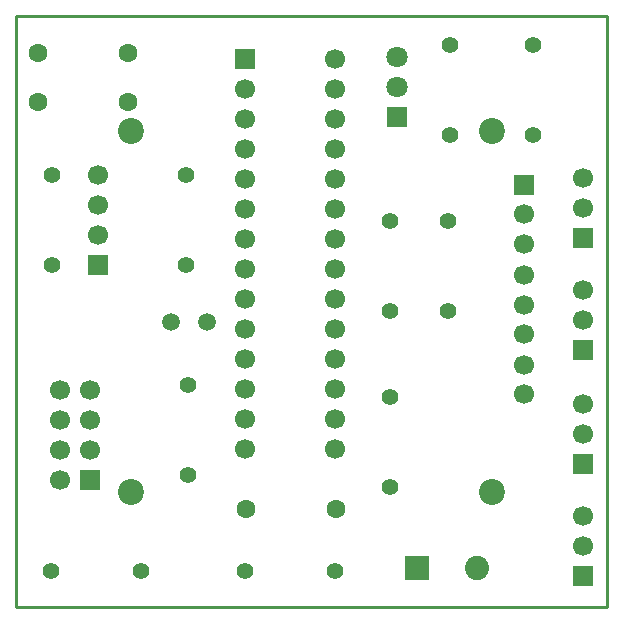
<source format=gts>
G04 Layer_Color=8388736*
%FSLAX42Y42*%
%MOMM*%
G71*
G01*
G75*
%ADD11C,0.25*%
%ADD27C,1.40*%
%ADD28C,1.50*%
%ADD29R,1.80X1.80*%
%ADD30C,1.80*%
%ADD31C,1.70*%
%ADD32R,1.70X1.70*%
%ADD33C,1.60*%
%ADD34R,1.70X1.70*%
%ADD35R,2.05X2.05*%
%ADD36C,2.05*%
%ADD37C,2.20*%
D11*
X0Y0D02*
Y5000D01*
Y0D02*
X5000D01*
Y5000D01*
X0D02*
X5000D01*
D27*
X1450Y1881D02*
D03*
Y1119D02*
D03*
X301Y2893D02*
D03*
Y3655D02*
D03*
X3160Y1016D02*
D03*
Y1778D02*
D03*
Y2506D02*
D03*
Y3268D02*
D03*
X4375Y3994D02*
D03*
Y4756D02*
D03*
X2700Y300D02*
D03*
X1938D02*
D03*
X3655Y3268D02*
D03*
Y2506D02*
D03*
X1440Y3655D02*
D03*
Y2893D02*
D03*
X294Y300D02*
D03*
X1056D02*
D03*
X3675Y4756D02*
D03*
Y3994D02*
D03*
D28*
X1617Y2408D02*
D03*
X1307D02*
D03*
D29*
X3225Y4146D02*
D03*
D30*
Y4400D02*
D03*
Y4654D02*
D03*
D31*
X2698Y1331D02*
D03*
Y1585D02*
D03*
Y1839D02*
D03*
Y2093D02*
D03*
Y2347D02*
D03*
Y2601D02*
D03*
Y2855D02*
D03*
Y3109D02*
D03*
Y3363D02*
D03*
Y3617D02*
D03*
Y3871D02*
D03*
Y4125D02*
D03*
Y4379D02*
D03*
Y4633D02*
D03*
X1936Y1331D02*
D03*
Y1585D02*
D03*
Y1839D02*
D03*
Y2093D02*
D03*
Y2347D02*
D03*
Y2601D02*
D03*
Y2855D02*
D03*
Y3109D02*
D03*
Y3363D02*
D03*
Y3617D02*
D03*
Y3871D02*
D03*
Y4125D02*
D03*
Y4379D02*
D03*
X688Y3655D02*
D03*
Y3401D02*
D03*
Y3147D02*
D03*
X4300Y3321D02*
D03*
Y3067D02*
D03*
Y2812D02*
D03*
Y2558D02*
D03*
Y2305D02*
D03*
Y2050D02*
D03*
Y1797D02*
D03*
X4794Y1462D02*
D03*
Y1716D02*
D03*
Y3376D02*
D03*
Y3629D02*
D03*
Y2430D02*
D03*
Y2683D02*
D03*
Y516D02*
D03*
Y770D02*
D03*
X371Y1837D02*
D03*
X625D02*
D03*
X371Y1583D02*
D03*
X625D02*
D03*
X371Y1329D02*
D03*
X625D02*
D03*
X371Y1075D02*
D03*
D32*
X1936Y4633D02*
D03*
D33*
X184Y4687D02*
D03*
X945D02*
D03*
X184Y4275D02*
D03*
X945D02*
D03*
X2706Y825D02*
D03*
X1944D02*
D03*
D34*
X688Y2893D02*
D03*
X4300Y3574D02*
D03*
X4794Y1208D02*
D03*
Y3122D02*
D03*
Y2175D02*
D03*
Y262D02*
D03*
X625Y1075D02*
D03*
D35*
X3396Y325D02*
D03*
D36*
X3904D02*
D03*
D37*
X975Y4025D02*
D03*
X4025D02*
D03*
Y975D02*
D03*
X975Y969D02*
D03*
M02*

</source>
